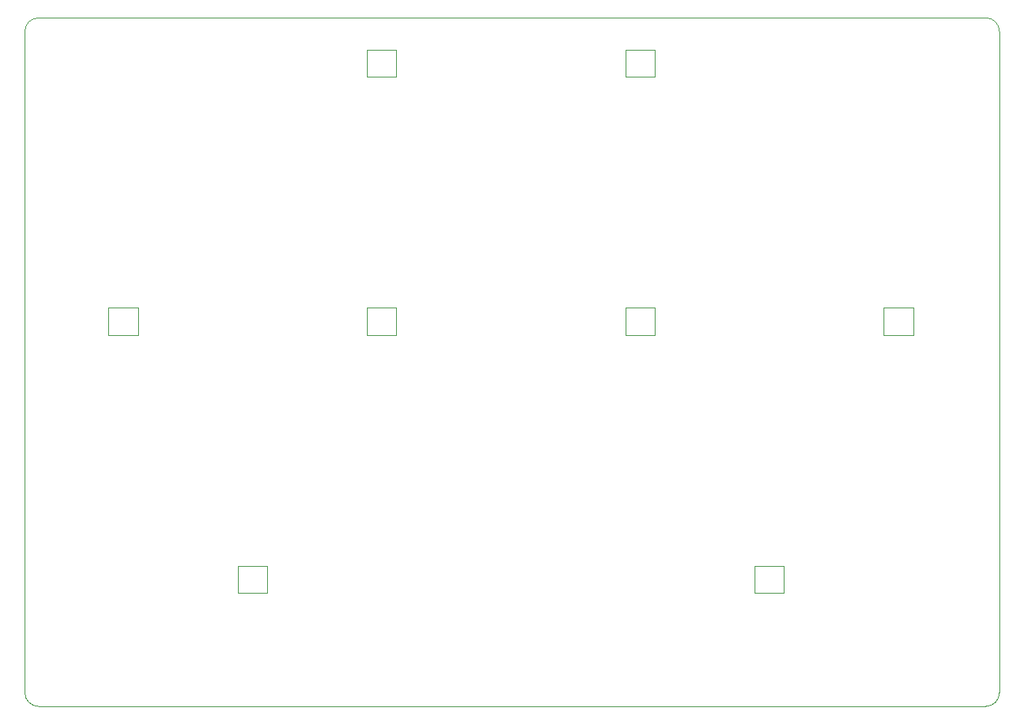
<source format=gm1>
G04 #@! TF.GenerationSoftware,KiCad,Pcbnew,8.0.1-8.0.1-1~ubuntu22.04.1*
G04 #@! TF.CreationDate,2024-05-03T20:10:14-07:00*
G04 #@! TF.ProjectId,Seismos_4-Rhythm,53656973-6d6f-4735-9f34-2d5268797468,rev?*
G04 #@! TF.SameCoordinates,Original*
G04 #@! TF.FileFunction,Profile,NP*
%FSLAX46Y46*%
G04 Gerber Fmt 4.6, Leading zero omitted, Abs format (unit mm)*
G04 Created by KiCad (PCBNEW 8.0.1-8.0.1-1~ubuntu22.04.1) date 2024-05-03 20:10:14*
%MOMM*%
%LPD*%
G01*
G04 APERTURE LIST*
G04 #@! TA.AperFunction,Profile*
%ADD10C,0.100000*%
G04 #@! TD*
G04 #@! TA.AperFunction,Profile*
%ADD11C,0.120000*%
G04 #@! TD*
G04 APERTURE END LIST*
D10*
X154150000Y-98300000D02*
X49650000Y-98300000D01*
X155650000Y-23800000D02*
X155650000Y-96800000D01*
X48150000Y-96800000D02*
X48150000Y-23800000D01*
X154150000Y-22300000D02*
G75*
G02*
X155650000Y-23800000I0J-1500000D01*
G01*
X155650000Y-96800000D02*
G75*
G02*
X154150000Y-98300000I-1500000J0D01*
G01*
X49650000Y-98300000D02*
G75*
G02*
X48150000Y-96800000I0J1500000D01*
G01*
X49650000Y-22300000D02*
X154150000Y-22300000D01*
X48150000Y-23800000D02*
G75*
G02*
X49650000Y-22300000I1500000J0D01*
G01*
D11*
X74878000Y-85795400D02*
X71638000Y-85795400D01*
X71638000Y-82808600D01*
X74878000Y-82808600D01*
X74878000Y-85795400D01*
X131878000Y-85795400D02*
X128638000Y-85795400D01*
X128638000Y-82808600D01*
X131878000Y-82808600D01*
X131878000Y-85795400D01*
X117628000Y-57295400D02*
X114388000Y-57295400D01*
X114388000Y-54308600D01*
X117628000Y-54308600D01*
X117628000Y-57295400D01*
X89128000Y-28795400D02*
X85888000Y-28795400D01*
X85888000Y-25808600D01*
X89128000Y-25808600D01*
X89128000Y-28795400D01*
X117628000Y-28795400D02*
X114388000Y-28795400D01*
X114388000Y-25808600D01*
X117628000Y-25808600D01*
X117628000Y-28795400D01*
X146128000Y-57295400D02*
X142888000Y-57295400D01*
X142888000Y-54308600D01*
X146128000Y-54308600D01*
X146128000Y-57295400D01*
X89128000Y-57295400D02*
X85888000Y-57295400D01*
X85888000Y-54308600D01*
X89128000Y-54308600D01*
X89128000Y-57295400D01*
X60628000Y-57295400D02*
X57388000Y-57295400D01*
X57388000Y-54308600D01*
X60628000Y-54308600D01*
X60628000Y-57295400D01*
M02*

</source>
